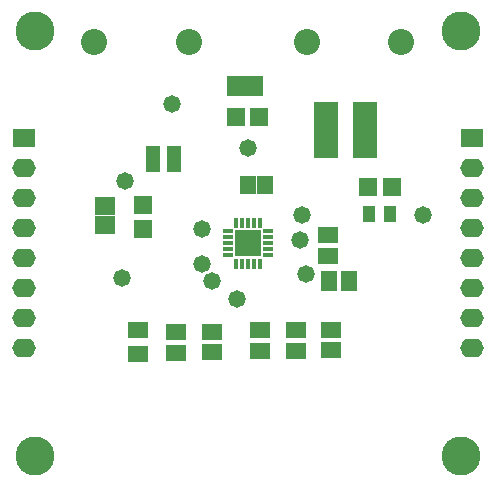
<source format=gts>
G04 Layer_Color=20142*
%FSAX44Y44*%
%MOMM*%
G71*
G01*
G75*
%ADD37R,1.6532X1.5032*%
%ADD38R,1.6032X1.6032*%
%ADD39R,1.6032X1.6032*%
%ADD40R,1.0033X1.4031*%
%ADD41R,1.3532X1.5532*%
%ADD42R,1.5032X1.6532*%
%ADD43R,1.7272X1.3462*%
%ADD44R,1.6532X1.3532*%
%ADD45R,1.3532X1.6532*%
%ADD46R,1.2192X2.2352*%
%ADD47O,0.9300X0.3600*%
%ADD48O,0.3600X0.9300*%
%ADD49R,2.1900X2.1900*%
%ADD50R,2.0032X4.7032*%
%ADD51O,1.9812X1.6002*%
%ADD52R,1.9812X1.6002*%
%ADD53C,3.3032*%
%ADD54C,2.2032*%
%ADD55C,1.4732*%
D37*
X00643840Y00715270D02*
D03*
Y00731270D02*
D03*
D38*
X00675840Y00731970D02*
D03*
Y00711970D02*
D03*
D39*
X00886340Y00747770D02*
D03*
X00866340D02*
D03*
X00754040Y00806770D02*
D03*
X00774040D02*
D03*
D40*
X00867201Y00724320D02*
D03*
X00885199D02*
D03*
D41*
X00779090Y00749070D02*
D03*
X00764590D02*
D03*
D42*
X00770040Y00832870D02*
D03*
X00754040D02*
D03*
D43*
X00671140Y00625930D02*
D03*
Y00605610D02*
D03*
D44*
X00832440Y00689320D02*
D03*
Y00706820D02*
D03*
X00734140Y00607420D02*
D03*
Y00624920D02*
D03*
X00703440Y00624520D02*
D03*
Y00607020D02*
D03*
X00774540Y00608620D02*
D03*
Y00626120D02*
D03*
X00834840Y00626620D02*
D03*
Y00609120D02*
D03*
X00805140Y00608720D02*
D03*
Y00626220D02*
D03*
D45*
X00832990Y00667870D02*
D03*
X00850490D02*
D03*
D46*
X00684530Y00770890D02*
D03*
X00702310D02*
D03*
D47*
X00747290Y00709770D02*
D03*
Y00704770D02*
D03*
Y00699770D02*
D03*
Y00694770D02*
D03*
Y00689770D02*
D03*
X00781790D02*
D03*
Y00694770D02*
D03*
Y00699770D02*
D03*
Y00704770D02*
D03*
Y00709770D02*
D03*
D48*
X00754540Y00682520D02*
D03*
X00759540D02*
D03*
X00764540D02*
D03*
X00769540D02*
D03*
X00774540D02*
D03*
Y00717020D02*
D03*
X00769540D02*
D03*
X00764540D02*
D03*
X00759540D02*
D03*
X00754540D02*
D03*
D49*
X00764540Y00699770D02*
D03*
D50*
X00863440Y00795370D02*
D03*
X00830440D02*
D03*
D51*
X00954540Y00737870D02*
D03*
Y00610870D02*
D03*
Y00636270D02*
D03*
Y00661670D02*
D03*
Y00687070D02*
D03*
Y00763270D02*
D03*
Y00712470D02*
D03*
X00574540Y00737870D02*
D03*
Y00610870D02*
D03*
Y00636270D02*
D03*
Y00661670D02*
D03*
Y00687070D02*
D03*
Y00763270D02*
D03*
Y00712470D02*
D03*
D52*
X00954540Y00788670D02*
D03*
X00574540D02*
D03*
D53*
X00584540Y00879770D02*
D03*
X00944540D02*
D03*
Y00519770D02*
D03*
X00584540D02*
D03*
D54*
X00894540Y00869770D02*
D03*
X00814540D02*
D03*
X00714540D02*
D03*
X00634540D02*
D03*
D55*
X00660640Y00752670D02*
D03*
X00810640Y00723470D02*
D03*
X00808840Y00702870D02*
D03*
X00700640Y00817470D02*
D03*
X00764540Y00780670D02*
D03*
X00657540Y00670070D02*
D03*
X00733840Y00667570D02*
D03*
X00725840Y00682470D02*
D03*
X00725440Y00711570D02*
D03*
X00813440Y00673570D02*
D03*
X00755240Y00652270D02*
D03*
X00912840Y00723470D02*
D03*
M02*

</source>
